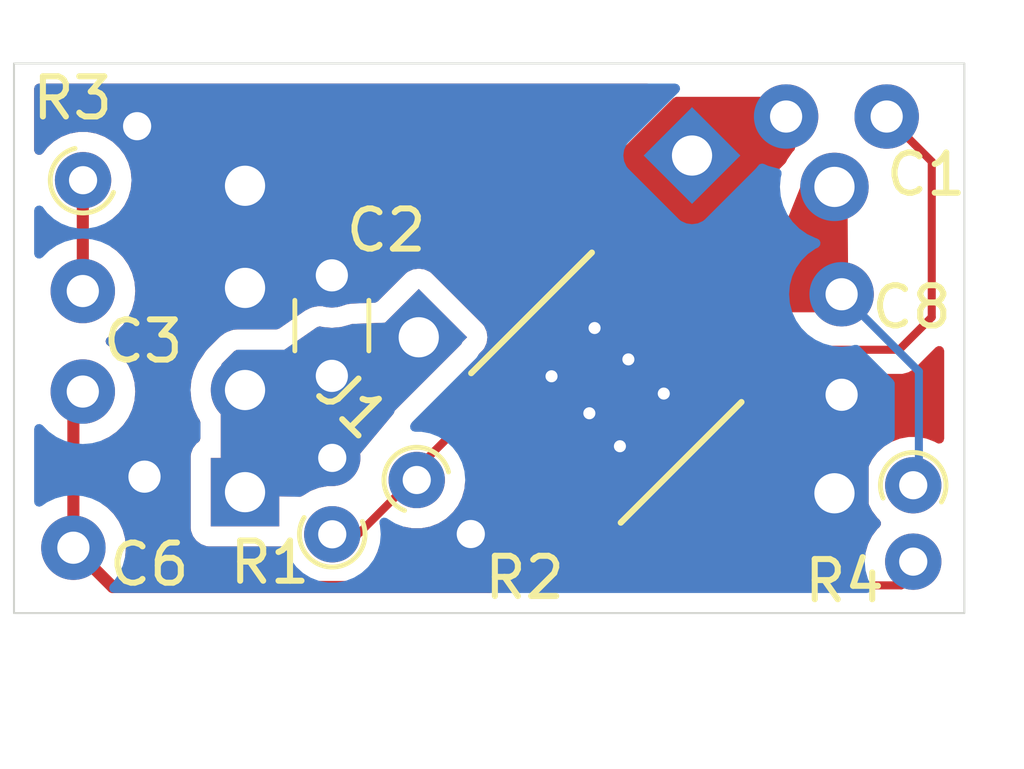
<source format=kicad_pcb>
(kicad_pcb (version 20240108) (generator "pcbnew") (generator_version "8.0")
  (layers (0 "F.Cu" signal) (31 "B.Cu" signal) (34 "B.Paste" user) (35 "F.Paste" user) (36 "B.SilkS" user "B.Silkscreen") (37 "F.SilkS" user "F.Silkscreen") (38 "B.Mask" user) (39 "F.Mask" user) (44 "Edge.Cuts" user))
  (net 0 "")
  (net 1 "SWITCHED")
  (net 2 "GND")
  (net 3 "VCCoutput")
  (net 4 "Net-(C3-Pad2)")
  (net 5 "vccext")
  (net 6 "Net-(U1-BS)")
  (net 7 "Net-(U1-COMP)")
  (net 8 "unconnected-(U1-SS-Pad8)")
  (net 9 "Net-(U1-EN)")
  (net 10 "Net-(U1-FB)")
  (footprint "Capacitor_THT:C_Disc_D3.0mm_W1.6mm_P2.50mm" (layer "F.Cu") (at 136.616117 53.933884 45)
    (property "Reference" "C6" (at 1.037868 1.626345 180) (layer "F.SilkS"))
    (property "Value" "0.1uF")
    (pad "1" thru_hole circle (at 0 0 45) (size 1.6 1.6) (drill 0.8) (layers "*.Cu" "*.Mask") (net 7 "Net-(U1-COMP)"))
    (pad "2" thru_hole circle (at 2.5 0 45) (size 1.6 1.6) (drill 0.8) (layers "*.Cu" "*.Mask") (net 2 "GND"))
  )
  (footprint "Capacitor_THT:C_Disc_D3.0mm_W1.6mm_P2.50mm" (layer "F.Cu") (at 136.85 50.05 90)
    (property "Reference" "C3" (at 1.25 1.499999 180) (layer "F.SilkS"))
    (property "Value" "3.9nF")
    (pad "1" thru_hole circle (at 0 0 90) (size 1.6 1.6) (drill 0.8) (layers "*.Cu" "*.Mask") (net 7 "Net-(U1-COMP)"))
    (pad "2" thru_hole circle (at 2.5 0 90) (size 1.6 1.6) (drill 0.8) (layers "*.Cu" "*.Mask") (net 4 "Net-(C3-Pad2)"))
  )
  (footprint "Connector_PinHeader_2.54mm:PinHeader_1x01_P2.54mm_Vertical" (layer "F.Cu") (at 145.2 48.7 135)
    (property "Reference" "J1" (at 0 -2.33 135) (layer "F.SilkS"))
    (property "Value" "Inductor L")
    (pad "1" thru_hole rect (at 0 0 135) (size 1.7 1.7) (drill 1) (layers "*.Cu" "*.Mask") (net 3 "VCCoutput"))
  )
  (footprint "Resistor_THT:R_Axial_DIN0204_L3.6mm_D1.6mm_P1.90mm_Vertical" (layer "F.Cu") (at 136.856497 44.793503 45)
    (property "Reference" "R3" (at 1.258554 -1.626346 180) (layer "F.SilkS"))
    (property "Value" "6.8k")
    (fp_arc (start 0.320095 0.749359) (mid -0.813041 -0.054434) (end 0.417133 -0.7) (stroke (width 0.12)) (layer "F.SilkS"))
    (pad "1" thru_hole circle (at 0 0 45) (size 1.4 1.4) (drill 0.7) (layers "*.Cu" "*.Mask") (net 4 "Net-(C3-Pad2)"))
    (pad "2" thru_hole oval (at 1.9 0 45) (size 1.4 1.4) (drill 0.7) (layers "*.Cu" "*.Mask") (net 2 "GND"))
  )
  (footprint "Resistor_THT:R_Axial_DIN0204_L3.6mm_D1.6mm_P1.90mm_Vertical" (layer "F.Cu") (at 157.49 52.38 -90)
    (property "Reference" "R4" (at 2.38 1.71 0) (layer "F.SilkS"))
    (property "Value" "100k")
    (fp_arc (start 0.320095 0.749359) (mid -0.813042 -0.054435) (end 0.417133 -0.7) (stroke (width 0.12)) (layer "F.SilkS"))
    (pad "1" thru_hole circle (at 0 0 270) (size 1.4 1.4) (drill 0.7) (layers "*.Cu" "*.Mask") (net 5 "vccext"))
    (pad "2" thru_hole oval (at 1.9 0 270) (size 1.4 1.4) (drill 0.7) (layers "*.Cu" "*.Mask") (net 9 "Net-(U1-EN)"))
  )
  (footprint "Resistor_THT:R_Axial_DIN0204_L3.6mm_D1.6mm_P1.90mm_Vertical" (layer "F.Cu") (at 143.05 53.6 90)
    (property "Reference" "R1" (at -0.7 -1.55 0) (layer "F.SilkS"))
    (property "Value" "220")
    (fp_arc (start 0.320095 0.749359) (mid -0.813042 -0.054435) (end 0.417133 -0.7) (stroke (width 0.12)) (layer "F.SilkS"))
    (pad "1" thru_hole circle (at 0 0 90) (size 1.4 1.4) (drill 0.7) (layers "*.Cu" "*.Mask") (net 10 "Net-(U1-FB)"))
    (pad "2" thru_hole oval (at 1.9 0 90) (size 1.4 1.4) (drill 0.7) (layers "*.Cu" "*.Mask") (net 3 "VCCoutput"))
  )
  (footprint "Capacitor_THT:C_Disc_D3.0mm_W1.6mm_P2.50mm" (layer "F.Cu") (at 156.83 43.21 180)
    (property "Reference" "C1" (at -0.98 -1.44 0) (layer "F.SilkS"))
    (property "Value" "10nF")
    (pad "1" thru_hole circle (at 0 0 180) (size 1.6 1.6) (drill 0.8) (layers "*.Cu" "*.Mask") (net 6 "Net-(U1-BS)"))
    (pad "2" thru_hole circle (at 2.5 0 180) (size 1.6 1.6) (drill 0.8) (layers "*.Cu" "*.Mask") (net 1 "SWITCHED"))
  )
  (footprint "Capacitor_THT:C_Disc_D3.0mm_W1.6mm_P2.50mm" (layer "F.Cu") (at 143.04 49.66 90)
    (property "Reference" "C2" (at 3.62 1.35 180) (layer "F.SilkS"))
    (property "Value" "22uF")
    (fp_line (start 0.621 -0.92) (end 1.879 -0.92) (stroke (width 0.12)) (layer "F.SilkS"))
    (fp_line (start 0.621 0.92) (end 1.879 0.92) (stroke (width 0.12)) (layer "F.SilkS"))
    (pad "1" thru_hole circle (at 0 0 90) (size 1.6 1.6) (drill 0.8) (layers "*.Cu" "*.Mask") (net 3 "VCCoutput"))
    (pad "2" thru_hole circle (at 2.5 0 90) (size 1.6 1.6) (drill 0.8) (layers "*.Cu" "*.Mask") (net 2 "GND"))
  )
  (footprint "Connector_PinHeader_2.54mm:PinHeader_1x01_P2.54mm_Vertical" (layer "F.Cu") (at 151.991933 44.179999 -135)
    (property "Reference" "J2" (hide yes))
    (property "Value" "Inductor_R" (hide yes))
    (pad "1" thru_hole rect (at 0 0 225) (size 1.7 1.7) (drill 1) (layers "*.Cu" "*.Mask") (net 1 "SWITCHED"))
  )
  (footprint "virtex5_buck_footprint:virtex5_buck" (layer "F.Cu") (at 147.99 58.46 -90)
    (property "Reference" "J4" (hide yes))
    (property "Value" "Conn_01x06_Pin" (hide yes))
    (pad "1" thru_hole rect (at -5.908 7.108 180) (size 1.7 1.7) (drill 1) (layers "*.Cu" "*.Mask") (net 3 "VCCoutput"))
    (pad "2" thru_hole oval (at -8.448 7.108 180) (size 1.7 1.7) (drill 1) (layers "*.Cu" "*.Mask") (net 3 "VCCoutput"))
    (pad "3" thru_hole oval (at -10.988 7.108 180) (size 1.7 1.7) (drill 1) (layers "*.Cu" "*.Mask") (net 2 "GND"))
    (pad "4" thru_hole oval (at -13.528001 7.108 180) (size 1.7 1.7) (drill 1) (layers "*.Cu" "*.Mask") (net 2 "GND"))
    (pad "5" thru_hole rect (at -5.88 -7.542 180) (size 1.7 1.7) (drill 1) (layers "*.Cu" "*.Mask") (net 2 "GND"))
    (pad "6" thru_hole oval (at -13.5 -7.542 180) (size 1.7 1.7) (drill 1) (layers "*.Cu" "*.Mask") (net 5 "vccext"))
  )
  (footprint "Capacitor_THT:C_Disc_D3.0mm_W1.6mm_P2.50mm" (layer "F.Cu") (at 155.71 47.63 -90)
    (property "Reference" "C8" (at 0.32 -1.74 180) (layer "F.SilkS"))
    (property "Value" "22uF")
    (pad "1" thru_hole circle (at 0 0 270) (size 1.6 1.6) (drill 0.8) (layers "*.Cu" "*.Mask") (net 5 "vccext"))
    (pad "2" thru_hole circle (at 2.5 0 270) (size 1.6 1.6) (drill 0.8) (layers "*.Cu" "*.Mask") (net 2 "GND"))
  )
  (footprint "footprints:IC8_MP2307_MNP" (layer "F.Cu") (at 149.862082 49.952132 -135)
    (property "Reference" "U1" (hide yes))
    (property "Value" "MP2307DN-LF-Z" (hide yes))
    (fp_line (start -2.1209 2.6289) (end 2.1209 2.6289) (stroke (width 0.1524)) (layer "F.SilkS"))
    (fp_line (start 2.1209 -2.6289) (end -2.1209 -2.6289) (stroke (width 0.1524)) (layer "F.SilkS"))
    (pad "1" smd rect (at -2.72415 -1.904999 225) (size 1.4605 0.5588) (layers "F.Cu" "F.Paste" "F.Mask") (net 6 "Net-(U1-BS)"))
    (pad "2" smd rect (at -2.72415 -0.635 225) (size 1.4605 0.5588) (layers "F.Cu" "F.Paste" "F.Mask") (net 5 "vccext"))
    (pad "3" smd rect (at -2.72415 0.635 225) (size 1.4605 0.5588) (layers "F.Cu" "F.Paste" "F.Mask") (net 1 "SWITCHED"))
    (pad "4" smd rect (at -2.72415 1.904999 225) (size 1.4605 0.5588) (layers "F.Cu" "F.Paste" "F.Mask") (net 2 "GND"))
    (pad "5" smd rect (at 2.72415 1.904999 225) (size 1.4605 0.5588) (layers "F.Cu" "F.Paste" "F.Mask") (net 10 "Net-(U1-FB)"))
    (pad "6" smd rect (at 2.72415 0.635 225) (size 1.4605 0.5588) (layers "F.Cu" "F.Paste" "F.Mask") (net 7 "Net-(U1-COMP)"))
    (pad "7" smd rect (at 2.72415 -0.635 225) (size 1.4605 0.5588) (layers "F.Cu" "F.Paste" "F.Mask") (net 9 "Net-(U1-EN)"))
    (pad "8" smd rect (at 2.72415 -1.904999 225) (size 1.4605 0.5588) (layers "F.Cu" "F.Paste" "F.Mask") (net 8 "unconnected-(U1-SS-Pad8)"))
    (pad "EPAD" smd rect (at 0 0 225) (size 2.6162 3.5052) (layers "F.Cu" "F.Mask") (net 2 "GND"))
  )
  (footprint "Resistor_THT:R_Axial_DIN0204_L3.6mm_D1.6mm_P1.90mm_Vertical" (layer "F.Cu") (at 145.15 52.25 -45)
    (property "Reference" "R2" (at 3.613316 -0.176777 360) (layer "F.SilkS"))
    (property "Value" "2.7k")
    (fp_arc (start 0.320095 0.749359) (mid -0.813041 -0.054434) (end 0.417133 -0.7) (stroke (width 0.12)) (layer "F.SilkS"))
    (pad "1" thru_hole circle (at 0 0 315) (size 1.4 1.4) (drill 0.7) (layers "*.Cu" "*.Mask") (net 10 "Net-(U1-FB)"))
    (pad "2" thru_hole oval (at 1.9 0 315) (size 1.4 1.4) (drill 0.7) (layers "*.Cu" "*.Mask") (net 2 "GND"))
  )
  (gr_rect (start 135.14 41.89) (end 158.76 55.56) (stroke (width 0.05)) (fill none) (layer "Edge.Cuts"))
  (via (at 150.2 51.41) (size 0.5) (drill 0.3) (layers "F.Cu" "B.Cu") (net 2))
  (via (at 149.57 48.47) (size 0.5) (drill 0.3) (layers "F.Cu" "B.Cu") (net 2))
  (via (at 148.5 49.67) (size 0.5) (drill 0.3) (layers "F.Cu" "B.Cu") (net 2))
  (via (at 151.29 50.1) (size 0.5) (drill 0.3) (layers "F.Cu" "B.Cu") (net 2))
  (via (at 150.41 49.25) (size 0.5) (drill 0.3) (layers "F.Cu" "B.Cu") (net 2))
  (via (at 149.44 50.59) (size 0.5) (drill 0.3) (layers "F.Cu" "B.Cu") (net 2))
  (segment (start 140.882 52.552) (end 140.882 50.012) (width 0.2) (layer "F.Cu") (net 3))
  (segment (start 136.850001 47.65) (end 136.850001 45.199999) (width 0.3) (layer "F.Cu") (net 4))
  (segment (start 136.850001 45.199999) (end 136.860068 45.189932) (width 0.2) (layer "F.Cu") (net 4))
  (segment (start 153.08224 47.63) (end 152.06472 48.64752) (width 0.2) (layer "F.Cu") (net 5))
  (segment (start 155.532 47.452) (end 155.532 44.96) (width 0.2) (layer "F.Cu") (net 5))
  (segment (start 155.71 47.63) (end 155.532 47.452) (width 0.2) (layer "F.Cu") (net 5))
  (segment (start 155.71 47.63) (end 153.08224 47.63) (width 0.2) (layer "F.Cu") (net 5))
  (segment (start 155.012103 44.96) (end 155.532 44.96) (width 0.2) (layer "F.Cu") (net 5))
  (segment (start 157.63 49.55) (end 157.63 52.53) (width 0.2) (layer "B.Cu") (net 5))
  (segment (start 155.71 47.63) (end 157.63 49.55) (width 0.2) (layer "B.Cu") (net 5))
  (segment (start 157.95 44.33) (end 157.95 48.2) (width 0.2) (layer "F.Cu") (net 6))
  (segment (start 157.14 49.01) (end 153.498291 49.01) (width 0.2) (layer "F.Cu") (net 6))
  (segment (start 156.82 43.2) (end 157.95 44.33) (width 0.2) (layer "F.Cu") (net 6))
  (segment (start 156.82 43.06) (end 156.82 43.2) (width 0.2) (layer "F.Cu") (net 6))
  (segment (start 153.498291 49.01) (end 152.962745 49.545546) (width 0.2) (layer "F.Cu") (net 6))
  (segment (start 157.95 48.2) (end 157.14 49.01) (width 0.2) (layer "F.Cu") (net 6))
  (segment (start 147.6 54.25) (end 147.6 52.999574) (width 0.2) (layer "F.Cu") (net 7))
  (segment (start 137.592233 54.91) (end 136.616117 53.933884) (width 0.3) (layer "F.Cu") (net 7))
  (segment (start 146.94 54.91) (end 137.592233 54.91) (width 0.3) (layer "F.Cu") (net 7))
  (segment (start 147.6 52.999574) (end 147.3709 52.770474) (width 0.2) (layer "F.Cu") (net 7))
  (segment (start 136.616117 50.383884) (end 136.850001 50.15) (width 0.2) (layer "F.Cu") (net 7))
  (segment (start 136.616117 53.933884) (end 136.616117 50.383884) (width 0.3) (layer "F.Cu") (net 7))
  (segment (start 147.3709 51.545288) (end 147.659444 51.256744) (width 0.2) (layer "F.Cu") (net 7))
  (segment (start 147.45 54.4) (end 147.6 54.25) (width 0.2) (layer "F.Cu") (net 7))
  (segment (start 147.3709 52.770474) (end 147.3709 51.545288) (width 0.2) (layer "F.Cu") (net 7))
  (segment (start 147.45 54.4) (end 146.94 54.91) (width 0.3) (layer "F.Cu") (net 7))
  (segment (start 149.282855 53.232855) (end 149.282855 53.225435) (width 0.2) (layer "F.Cu") (net 8))
  (segment (start 148.15 54.15) (end 148.15 52.56224) (width 0.2) (layer "F.Cu") (net 9))
  (segment (start 157.19 54.87) (end 148.87 54.87) (width 0.2) (layer "F.Cu") (net 9))
  (segment (start 148.87 54.87) (end 148.15 54.15) (width 0.2) (layer "F.Cu") (net 9))
  (segment (start 157.63 54.43) (end 157.19 54.87) (width 0.2) (layer "F.Cu") (net 9))
  (segment (start 148.15 52.56224) (end 148.55747 52.15477) (width 0.2) (layer "F.Cu") (net 9))
  (segment (start 146.761419 50.358718) (end 144.97 52.150137) (width 0.2) (layer "F.Cu") (net 10))
  (segment (start 143.54 53.75) (end 143.15 53.75) (width 0.2) (layer "F.Cu") (net 10))
  (segment (start 144.97 52.32) (end 144.58 52.32) (width 0.2) (layer "F.Cu") (net 10))
  (segment (start 144.97 52.150137) (end 144.97 52.32) (width 0.2) (layer "F.Cu") (net 10))
  (segment (start 144.97 52.32) (end 143.54 53.75) (width 0.2) (layer "F.Cu") (net 10))
  (zone (net 1) (net_name "SWITCHED") (layer "F.Cu") (priority 1) (connect_pads yes (clearance 0.5)) (min_thickness 0.25) (fill yes (thermal_gap 0.5) (thermal_bridge_width 0.5))
    (polygon (pts (xy 150.45 47.61) (xy 151.41 46.65) (xy 151.41 45.78) (xy 150.22 44.59) (xy 150.22 44.06) (xy 151.561051 42.718949) (xy 154.448949 42.718949) (xy 154.56 42.83) (xy 154.56 44.12) (xy 153.23 45.45) (xy 153.23 46.45) (xy 151.65 48.03) (xy 150.88 48.03) (xy 150.46 47.61)))
  )
  (zone (net 5) (net_name "vccext") (layer "F.Cu") (priority 2) (connect_pads yes (clearance 0.5)) (min_thickness 0.25) (fill yes (thermal_gap 0.5) (thermal_bridge_width 0.5))
    (polygon (pts (xy 154.291907 45.941843) (xy 151.65838 48.554813) (xy 151.53 48.77) (xy 151.99 49.23) (xy 152.38 49.23) (xy 153.53 48.08) (xy 155.88 48.08) (xy 155.85 44.55) (xy 154.85 44.55)))
  )
  (zone (net 3) (net_name "VCCoutput") (layers "F&B.Cu") (priority 3) (connect_pads yes (clearance 0.5)) (min_thickness 0.25) (fill yes (thermal_gap 0.5) (thermal_bridge_width 0.5))
    (polygon (pts (xy 146.313068 48.816932) (xy 144.6 50.53) (xy 144.59 50.58) (xy 142.84 52.68) (xy 140.51 52.63) (xy 140.28 52.05) (xy 140.28 49.38) (xy 140.65 49.01) (xy 141.86 49.01) (xy 142.74 48.4) (xy 145.77 48.28) (xy 146.2 48.56)))
  )
  (zone (net 2) (net_name "GND") (layers "F&B.Cu") (connect_pads yes (clearance 0.5)) (min_thickness 0.25) (fill yes (thermal_gap 0.5) (thermal_bridge_width 0.5))
    (polygon (pts (xy 158.76 55.56) (xy 158.76 41.89) (xy 135.14 41.89) (xy 135.14 55.56)))
  )
)
</source>
